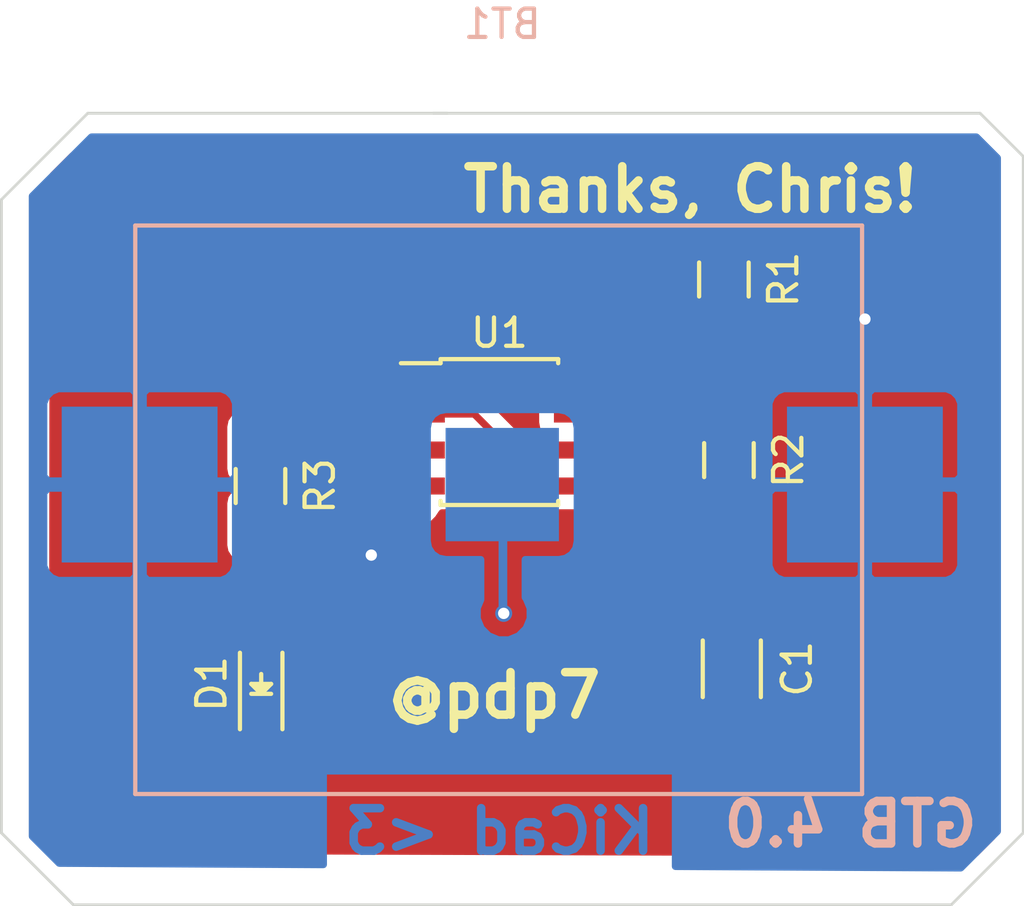
<source format=kicad_pcb>
(kicad_pcb (version 4) (host pcbnew 4.0.2-1.fc23-product)

  (general
    (links 14)
    (no_connects 0)
    (area 158.699999 81.229999 195.884001 109.778001)
    (thickness 1.6)
    (drawings 16)
    (tracks 34)
    (zones 0)
    (modules 7)
    (nets 8)
  )

  (page A4)
  (layers
    (0 F.Cu signal)
    (31 B.Cu signal)
    (32 B.Adhes user hide)
    (33 F.Adhes user hide)
    (34 B.Paste user hide)
    (35 F.Paste user hide)
    (36 B.SilkS user)
    (37 F.SilkS user)
    (38 B.Mask user)
    (39 F.Mask user)
    (40 Dwgs.User user hide)
    (41 Cmts.User user hide)
    (42 Eco1.User user hide)
    (43 Eco2.User user hide)
    (44 Edge.Cuts user)
    (45 Margin user hide)
    (46 B.CrtYd user hide)
    (47 F.CrtYd user hide)
    (48 B.Fab user hide)
    (49 F.Fab user hide)
  )

  (setup
    (last_trace_width 0.25)
    (trace_clearance 0.2)
    (zone_clearance 0.508)
    (zone_45_only no)
    (trace_min 0.2)
    (segment_width 0.2)
    (edge_width 0.1)
    (via_size 0.6)
    (via_drill 0.4)
    (via_min_size 0.4)
    (via_min_drill 0.3)
    (uvia_size 0.3)
    (uvia_drill 0.1)
    (uvias_allowed no)
    (uvia_min_size 0.2)
    (uvia_min_drill 0.1)
    (pcb_text_width 0.3)
    (pcb_text_size 1.5 1.5)
    (mod_edge_width 0.15)
    (mod_text_size 1 1)
    (mod_text_width 0.15)
    (pad_size 1.5 1.5)
    (pad_drill 0.6)
    (pad_to_mask_clearance 0)
    (aux_axis_origin 0 0)
    (visible_elements FFFFFF7F)
    (pcbplotparams
      (layerselection 0x00030_80000001)
      (usegerberextensions false)
      (excludeedgelayer true)
      (linewidth 0.100000)
      (plotframeref false)
      (viasonmask false)
      (mode 1)
      (useauxorigin false)
      (hpglpennumber 1)
      (hpglpenspeed 20)
      (hpglpendiameter 15)
      (hpglpenoverlay 2)
      (psnegative false)
      (psa4output false)
      (plotreference true)
      (plotvalue true)
      (plotinvisibletext false)
      (padsonsilk false)
      (subtractmaskfromsilk false)
      (outputformat 1)
      (mirror false)
      (drillshape 1)
      (scaleselection 1)
      (outputdirectory ""))
  )

  (net 0 "")
  (net 1 GND)
  (net 2 /VDD)
  (net 3 "Net-(C1-Pad1)")
  (net 4 "Net-(R1-Pad2)")
  (net 5 "Net-(R3-Pad1)")
  (net 6 "Net-(U1-Pad5)")
  (net 7 "Net-(D1-Pad2)")

  (net_class Default "This is the default net class."
    (clearance 0.2)
    (trace_width 0.25)
    (via_dia 0.6)
    (via_drill 0.4)
    (uvia_dia 0.3)
    (uvia_drill 0.1)
    (add_net /VDD)
    (add_net GND)
    (add_net "Net-(C1-Pad1)")
    (add_net "Net-(D1-Pad2)")
    (add_net "Net-(R1-Pad2)")
    (add_net "Net-(R3-Pad1)")
    (add_net "Net-(U1-Pad5)")
  )

  (module GTB:S8211R (layer B.Cu) (tedit 5732B408) (tstamp 5732AD73)
    (at 177.1904 94.8944)
    (path /572C07F8)
    (fp_text reference BT1 (at 0 -16.256) (layer B.SilkS)
      (effects (font (size 1 1) (thickness 0.15)) (justify mirror))
    )
    (fp_text value Battery (at 0 8.89) (layer B.Fab)
      (effects (font (size 1 1) (thickness 0.15)) (justify mirror))
    )
    (fp_line (start -12.954 10.922) (end -12.954 -9.144) (layer B.SilkS) (width 0.15))
    (fp_line (start -12.954 -9.144) (end 12.7 -9.144) (layer B.SilkS) (width 0.15))
    (fp_line (start 12.7 -9.144) (end 12.7 10.922) (layer B.SilkS) (width 0.15))
    (fp_line (start 12.7 10.922) (end -12.954 10.922) (layer B.SilkS) (width 0.15))
    (pad 2 smd rect (at 0 0) (size 4 4) (layers B.Cu B.Paste B.Mask)
      (net 1 GND))
    (pad 1 smd rect (at -12.8 0) (size 5.5 5.5) (layers B.Cu B.Paste B.Mask)
      (net 2 /VDD))
    (pad 1 smd rect (at 12.8 0) (size 5.5 5.5) (layers B.Cu B.Paste B.Mask)
      (net 2 /VDD))
  )

  (module Capacitors_SMD:C_1206_HandSoldering (layer F.Cu) (tedit 541A9C03) (tstamp 5732AD79)
    (at 185.293 101.3968 270)
    (descr "Capacitor SMD 1206, hand soldering")
    (tags "capacitor 1206")
    (path /572C01D3)
    (attr smd)
    (fp_text reference C1 (at 0 -2.3 270) (layer F.SilkS)
      (effects (font (size 1 1) (thickness 0.15)))
    )
    (fp_text value 1U (at 0 2.3 270) (layer F.Fab)
      (effects (font (size 1 1) (thickness 0.15)))
    )
    (fp_line (start -3.3 -1.15) (end 3.3 -1.15) (layer F.CrtYd) (width 0.05))
    (fp_line (start -3.3 1.15) (end 3.3 1.15) (layer F.CrtYd) (width 0.05))
    (fp_line (start -3.3 -1.15) (end -3.3 1.15) (layer F.CrtYd) (width 0.05))
    (fp_line (start 3.3 -1.15) (end 3.3 1.15) (layer F.CrtYd) (width 0.05))
    (fp_line (start 1 -1.025) (end -1 -1.025) (layer F.SilkS) (width 0.15))
    (fp_line (start -1 1.025) (end 1 1.025) (layer F.SilkS) (width 0.15))
    (pad 1 smd rect (at -2 0 270) (size 2 1.6) (layers F.Cu F.Paste F.Mask)
      (net 3 "Net-(C1-Pad1)"))
    (pad 2 smd rect (at 2 0 270) (size 2 1.6) (layers F.Cu F.Paste F.Mask)
      (net 1 GND))
    (model Capacitors_SMD.3dshapes/C_1206_HandSoldering.wrl
      (at (xyz 0 0 0))
      (scale (xyz 1 1 1))
      (rotate (xyz 0 0 0))
    )
  )

  (module LEDs:LED_0805 (layer F.Cu) (tedit 55BDE1C2) (tstamp 5732AD7F)
    (at 168.6814 101.9302 90)
    (descr "LED 0805 smd package")
    (tags "LED 0805 SMD")
    (path /572C0316)
    (attr smd)
    (fp_text reference D1 (at 0 -1.75 90) (layer F.SilkS)
      (effects (font (size 1 1) (thickness 0.15)))
    )
    (fp_text value LED (at 0 1.75 90) (layer F.Fab)
      (effects (font (size 1 1) (thickness 0.15)))
    )
    (fp_line (start -1.6 0.75) (end 1.1 0.75) (layer F.SilkS) (width 0.15))
    (fp_line (start -1.6 -0.75) (end 1.1 -0.75) (layer F.SilkS) (width 0.15))
    (fp_line (start -0.1 0.15) (end -0.1 -0.1) (layer F.SilkS) (width 0.15))
    (fp_line (start -0.1 -0.1) (end -0.25 0.05) (layer F.SilkS) (width 0.15))
    (fp_line (start -0.35 -0.35) (end -0.35 0.35) (layer F.SilkS) (width 0.15))
    (fp_line (start 0 0) (end 0.35 0) (layer F.SilkS) (width 0.15))
    (fp_line (start -0.35 0) (end 0 -0.35) (layer F.SilkS) (width 0.15))
    (fp_line (start 0 -0.35) (end 0 0.35) (layer F.SilkS) (width 0.15))
    (fp_line (start 0 0.35) (end -0.35 0) (layer F.SilkS) (width 0.15))
    (fp_line (start 1.9 -0.95) (end 1.9 0.95) (layer F.CrtYd) (width 0.05))
    (fp_line (start 1.9 0.95) (end -1.9 0.95) (layer F.CrtYd) (width 0.05))
    (fp_line (start -1.9 0.95) (end -1.9 -0.95) (layer F.CrtYd) (width 0.05))
    (fp_line (start -1.9 -0.95) (end 1.9 -0.95) (layer F.CrtYd) (width 0.05))
    (pad 2 smd rect (at 1.04902 0 270) (size 1.19888 1.19888) (layers F.Cu F.Paste F.Mask)
      (net 7 "Net-(D1-Pad2)"))
    (pad 1 smd rect (at -1.04902 0 270) (size 1.19888 1.19888) (layers F.Cu F.Paste F.Mask)
      (net 1 GND))
    (model LEDs.3dshapes/LED_0805.wrl
      (at (xyz 0 0 0))
      (scale (xyz 1 1 1))
      (rotate (xyz 0 0 0))
    )
  )

  (module Resistors_SMD:R_0805_HandSoldering (layer F.Cu) (tedit 54189DEE) (tstamp 5732AD85)
    (at 185.0136 87.6554 270)
    (descr "Resistor SMD 0805, hand soldering")
    (tags "resistor 0805")
    (path /572C00D5)
    (attr smd)
    (fp_text reference R1 (at 0 -2.1 270) (layer F.SilkS)
      (effects (font (size 1 1) (thickness 0.15)))
    )
    (fp_text value 1K (at 0 2.1 270) (layer F.Fab)
      (effects (font (size 1 1) (thickness 0.15)))
    )
    (fp_line (start -2.4 -1) (end 2.4 -1) (layer F.CrtYd) (width 0.05))
    (fp_line (start -2.4 1) (end 2.4 1) (layer F.CrtYd) (width 0.05))
    (fp_line (start -2.4 -1) (end -2.4 1) (layer F.CrtYd) (width 0.05))
    (fp_line (start 2.4 -1) (end 2.4 1) (layer F.CrtYd) (width 0.05))
    (fp_line (start 0.6 0.875) (end -0.6 0.875) (layer F.SilkS) (width 0.15))
    (fp_line (start -0.6 -0.875) (end 0.6 -0.875) (layer F.SilkS) (width 0.15))
    (pad 1 smd rect (at -1.35 0 270) (size 1.5 1.3) (layers F.Cu F.Paste F.Mask)
      (net 2 /VDD))
    (pad 2 smd rect (at 1.35 0 270) (size 1.5 1.3) (layers F.Cu F.Paste F.Mask)
      (net 4 "Net-(R1-Pad2)"))
    (model Resistors_SMD.3dshapes/R_0805_HandSoldering.wrl
      (at (xyz 0 0 0))
      (scale (xyz 1 1 1))
      (rotate (xyz 0 0 0))
    )
  )

  (module Resistors_SMD:R_0805_HandSoldering (layer F.Cu) (tedit 54189DEE) (tstamp 5732AD8B)
    (at 185.1914 94.0308 270)
    (descr "Resistor SMD 0805, hand soldering")
    (tags "resistor 0805")
    (path /572C0088)
    (attr smd)
    (fp_text reference R2 (at 0 -2.1 270) (layer F.SilkS)
      (effects (font (size 1 1) (thickness 0.15)))
    )
    (fp_text value 470K (at 0 2.1 270) (layer F.Fab)
      (effects (font (size 1 1) (thickness 0.15)))
    )
    (fp_line (start -2.4 -1) (end 2.4 -1) (layer F.CrtYd) (width 0.05))
    (fp_line (start -2.4 1) (end 2.4 1) (layer F.CrtYd) (width 0.05))
    (fp_line (start -2.4 -1) (end -2.4 1) (layer F.CrtYd) (width 0.05))
    (fp_line (start 2.4 -1) (end 2.4 1) (layer F.CrtYd) (width 0.05))
    (fp_line (start 0.6 0.875) (end -0.6 0.875) (layer F.SilkS) (width 0.15))
    (fp_line (start -0.6 -0.875) (end 0.6 -0.875) (layer F.SilkS) (width 0.15))
    (pad 1 smd rect (at -1.35 0 270) (size 1.5 1.3) (layers F.Cu F.Paste F.Mask)
      (net 4 "Net-(R1-Pad2)"))
    (pad 2 smd rect (at 1.35 0 270) (size 1.5 1.3) (layers F.Cu F.Paste F.Mask)
      (net 3 "Net-(C1-Pad1)"))
    (model Resistors_SMD.3dshapes/R_0805_HandSoldering.wrl
      (at (xyz 0 0 0))
      (scale (xyz 1 1 1))
      (rotate (xyz 0 0 0))
    )
  )

  (module Resistors_SMD:R_0805_HandSoldering (layer F.Cu) (tedit 54189DEE) (tstamp 5732AD91)
    (at 168.656 94.9452 270)
    (descr "Resistor SMD 0805, hand soldering")
    (tags "resistor 0805")
    (path /572C0236)
    (attr smd)
    (fp_text reference R3 (at 0 -2.1 270) (layer F.SilkS)
      (effects (font (size 1 1) (thickness 0.15)))
    )
    (fp_text value 1K (at 0 2.1 270) (layer F.Fab)
      (effects (font (size 1 1) (thickness 0.15)))
    )
    (fp_line (start -2.4 -1) (end 2.4 -1) (layer F.CrtYd) (width 0.05))
    (fp_line (start -2.4 1) (end 2.4 1) (layer F.CrtYd) (width 0.05))
    (fp_line (start -2.4 -1) (end -2.4 1) (layer F.CrtYd) (width 0.05))
    (fp_line (start 2.4 -1) (end 2.4 1) (layer F.CrtYd) (width 0.05))
    (fp_line (start 0.6 0.875) (end -0.6 0.875) (layer F.SilkS) (width 0.15))
    (fp_line (start -0.6 -0.875) (end 0.6 -0.875) (layer F.SilkS) (width 0.15))
    (pad 1 smd rect (at -1.35 0 270) (size 1.5 1.3) (layers F.Cu F.Paste F.Mask)
      (net 5 "Net-(R3-Pad1)"))
    (pad 2 smd rect (at 1.35 0 270) (size 1.5 1.3) (layers F.Cu F.Paste F.Mask)
      (net 7 "Net-(D1-Pad2)"))
    (model Resistors_SMD.3dshapes/R_0805_HandSoldering.wrl
      (at (xyz 0 0 0))
      (scale (xyz 1 1 1))
      (rotate (xyz 0 0 0))
    )
  )

  (module Housings_SOIC:SOIC-8_3.9x4.9mm_Pitch1.27mm (layer F.Cu) (tedit 54130A77) (tstamp 5732AD9D)
    (at 177.0888 93.0402)
    (descr "8-Lead Plastic Small Outline (SN) - Narrow, 3.90 mm Body [SOIC] (see Microchip Packaging Specification 00000049BS.pdf)")
    (tags "SOIC 1.27")
    (path /572A4844)
    (attr smd)
    (fp_text reference U1 (at 0 -3.5) (layer F.SilkS)
      (effects (font (size 1 1) (thickness 0.15)))
    )
    (fp_text value 7555 (at 0 3.5) (layer F.Fab)
      (effects (font (size 1 1) (thickness 0.15)))
    )
    (fp_line (start -3.75 -2.75) (end -3.75 2.75) (layer F.CrtYd) (width 0.05))
    (fp_line (start 3.75 -2.75) (end 3.75 2.75) (layer F.CrtYd) (width 0.05))
    (fp_line (start -3.75 -2.75) (end 3.75 -2.75) (layer F.CrtYd) (width 0.05))
    (fp_line (start -3.75 2.75) (end 3.75 2.75) (layer F.CrtYd) (width 0.05))
    (fp_line (start -2.075 -2.575) (end -2.075 -2.43) (layer F.SilkS) (width 0.15))
    (fp_line (start 2.075 -2.575) (end 2.075 -2.43) (layer F.SilkS) (width 0.15))
    (fp_line (start 2.075 2.575) (end 2.075 2.43) (layer F.SilkS) (width 0.15))
    (fp_line (start -2.075 2.575) (end -2.075 2.43) (layer F.SilkS) (width 0.15))
    (fp_line (start -2.075 -2.575) (end 2.075 -2.575) (layer F.SilkS) (width 0.15))
    (fp_line (start -2.075 2.575) (end 2.075 2.575) (layer F.SilkS) (width 0.15))
    (fp_line (start -2.075 -2.43) (end -3.475 -2.43) (layer F.SilkS) (width 0.15))
    (pad 1 smd rect (at -2.7 -1.905) (size 1.55 0.6) (layers F.Cu F.Paste F.Mask)
      (net 1 GND))
    (pad 2 smd rect (at -2.7 -0.635) (size 1.55 0.6) (layers F.Cu F.Paste F.Mask)
      (net 3 "Net-(C1-Pad1)"))
    (pad 3 smd rect (at -2.7 0.635) (size 1.55 0.6) (layers F.Cu F.Paste F.Mask)
      (net 5 "Net-(R3-Pad1)"))
    (pad 4 smd rect (at -2.7 1.905) (size 1.55 0.6) (layers F.Cu F.Paste F.Mask)
      (net 2 /VDD))
    (pad 5 smd rect (at 2.7 1.905) (size 1.55 0.6) (layers F.Cu F.Paste F.Mask)
      (net 6 "Net-(U1-Pad5)"))
    (pad 6 smd rect (at 2.7 0.635) (size 1.55 0.6) (layers F.Cu F.Paste F.Mask)
      (net 3 "Net-(C1-Pad1)"))
    (pad 7 smd rect (at 2.7 -0.635) (size 1.55 0.6) (layers F.Cu F.Paste F.Mask)
      (net 4 "Net-(R1-Pad2)"))
    (pad 8 smd rect (at 2.7 -1.905) (size 1.55 0.6) (layers F.Cu F.Paste F.Mask)
      (net 2 /VDD))
    (model Housings_SOIC.3dshapes/SOIC-8_3.9x4.9mm_Pitch1.27mm.wrl
      (at (xyz 0 0 0))
      (scale (xyz 1 1 1))
      (rotate (xyz 0 0 0))
    )
  )

  (gr_line (start 194.056 81.788) (end 174.752 81.788) (angle 90) (layer Edge.Cuts) (width 0.1))
  (gr_line (start 195.58 83.312) (end 194.056 81.788) (angle 90) (layer Edge.Cuts) (width 0.1))
  (gr_line (start 195.58 107.188) (end 195.58 83.312) (angle 90) (layer Edge.Cuts) (width 0.1))
  (gr_line (start 193.04 109.728) (end 195.58 107.188) (angle 90) (layer Edge.Cuts) (width 0.1))
  (gr_line (start 162.052 109.728) (end 193.04 109.728) (angle 90) (layer Edge.Cuts) (width 0.1))
  (gr_line (start 159.512 107.188) (end 162.052 109.728) (angle 90) (layer Edge.Cuts) (width 0.1))
  (gr_line (start 159.512 84.836) (end 159.512 107.188) (angle 90) (layer Edge.Cuts) (width 0.1))
  (gr_line (start 162.56 81.788) (end 159.512 84.836) (angle 90) (layer Edge.Cuts) (width 0.1))
  (gr_line (start 175.26 81.788) (end 162.56 81.788) (angle 90) (layer Edge.Cuts) (width 0.1))
  (gr_text "GTB 4.0" (at 189.484 106.8832) (layer B.SilkS)
    (effects (font (size 1.5 1.5) (thickness 0.3)) (justify mirror))
  )
  (gr_text "Thanks, Chris!" (at 183.8198 84.4804) (layer F.SilkS)
    (effects (font (size 1.5 1.5) (thickness 0.3)))
  )
  (gr_text @pdp7 (at 176.911 102.3366) (layer F.SilkS)
    (effects (font (size 1.5 1.5) (thickness 0.3)))
  )
  (gr_text "KiCad <3" (at 177.0888 107.1372) (layer B.Mask)
    (effects (font (size 1.5 1.5) (thickness 0.3)) (justify mirror))
  )
  (gr_text "KiCad <3" (at 177.0888 107.1372) (layer B.Cu)
    (effects (font (size 1.5 1.5) (thickness 0.3)) (justify mirror))
  )
  (gr_text "Getting to Blinky 4.0" (at 168.1988 85.8774) (layer F.Mask)
    (effects (font (size 1.5 0.762) (thickness 0.1905)))
  )
  (gr_text "Getting to Blinky 4.0" (at 168.1988 85.8774) (layer F.Cu)
    (effects (font (size 1.5 0.762) (thickness 0.1905)))
  )

  (segment (start 181.197 103.3968) (end 185.293 103.3968) (width 0.25) (layer F.Cu) (net 1) (tstamp 5732C54A))
  (segment (start 177.2412 99.441) (end 181.197 103.3968) (width 0.25) (layer F.Cu) (net 1) (tstamp 5732C549))
  (via (at 177.2412 99.441) (size 0.6) (drill 0.4) (layers F.Cu B.Cu) (net 1))
  (segment (start 177.2412 94.9452) (end 177.2412 99.441) (width 0.25) (layer B.Cu) (net 1) (tstamp 5732C541))
  (segment (start 177.1904 94.8944) (end 177.2412 94.9452) (width 0.25) (layer B.Cu) (net 1) (tstamp 5732C534))
  (segment (start 177.1904 99.441) (end 177.1904 94.8944) (width 0.25) (layer B.Cu) (net 1) (tstamp 5732C530))
  (segment (start 177.1904 94.8944) (end 177.1904 99.441) (width 0.25) (layer B.Cu) (net 1))
  (via (at 172.5676 97.3836) (size 0.6) (drill 0.4) (layers F.Cu B.Cu) (net 2))
  (segment (start 174.3888 95.5624) (end 172.5676 97.3836) (width 0.25) (layer F.Cu) (net 2) (tstamp 5732C5E5))
  (segment (start 174.3888 94.9452) (end 174.3888 95.5624) (width 0.25) (layer F.Cu) (net 2))
  (segment (start 187.245 86.3054) (end 185.0136 86.3054) (width 0.25) (layer F.Cu) (net 2) (tstamp 5732C5C2))
  (segment (start 189.992 89.0524) (end 187.245 86.3054) (width 0.25) (layer F.Cu) (net 2) (tstamp 5732C5C1))
  (via (at 189.992 89.0524) (size 0.6) (drill 0.4) (layers F.Cu B.Cu) (net 2))
  (segment (start 189.9904 89.0508) (end 189.992 89.0524) (width 0.25) (layer B.Cu) (net 2) (tstamp 5732C5AD))
  (segment (start 189.9904 94.8944) (end 189.9904 89.0508) (width 0.25) (layer B.Cu) (net 2))
  (segment (start 179.7888 91.1352) (end 179.7888 90.01) (width 0.25) (layer F.Cu) (net 2))
  (segment (start 183.4934 86.3054) (end 185.0136 86.3054) (width 0.25) (layer F.Cu) (net 2) (tstamp 5732C25E))
  (segment (start 179.7888 90.01) (end 183.4934 86.3054) (width 0.25) (layer F.Cu) (net 2) (tstamp 5732C25C))
  (segment (start 183.4426 95.3808) (end 185.1914 95.3808) (width 0.25) (layer F.Cu) (net 3) (tstamp 5732C62F))
  (segment (start 181.737 93.6752) (end 183.4426 95.3808) (width 0.25) (layer F.Cu) (net 3) (tstamp 5732C62B))
  (segment (start 179.7888 93.6752) (end 181.737 93.6752) (width 0.25) (layer F.Cu) (net 3))
  (segment (start 174.3888 92.4052) (end 176.1998 92.4052) (width 0.25) (layer F.Cu) (net 3))
  (segment (start 177.4698 93.6752) (end 179.7888 93.6752) (width 0.25) (layer F.Cu) (net 3) (tstamp 5732C622))
  (segment (start 176.1998 92.4052) (end 177.4698 93.6752) (width 0.25) (layer F.Cu) (net 3) (tstamp 5732C61D))
  (segment (start 185.293 99.3968) (end 185.293 95.4824) (width 0.25) (layer F.Cu) (net 3))
  (segment (start 185.293 95.4824) (end 185.1914 95.3808) (width 0.25) (layer F.Cu) (net 3) (tstamp 5732C26A))
  (segment (start 179.7888 92.4052) (end 184.9158 92.4052) (width 0.25) (layer F.Cu) (net 4))
  (segment (start 184.9158 92.4052) (end 185.1914 92.6808) (width 0.25) (layer F.Cu) (net 4) (tstamp 5732C270))
  (segment (start 185.1914 92.6808) (end 185.1914 89.1832) (width 0.25) (layer F.Cu) (net 4))
  (segment (start 185.1914 89.1832) (end 185.0136 89.0054) (width 0.25) (layer F.Cu) (net 4) (tstamp 5732C26D))
  (segment (start 168.656 93.5952) (end 174.3088 93.5952) (width 0.25) (layer F.Cu) (net 5))
  (segment (start 174.3088 93.5952) (end 174.3888 93.6752) (width 0.25) (layer F.Cu) (net 5) (tstamp 5732C273))
  (segment (start 168.656 96.2952) (end 168.656 100.85578) (width 0.25) (layer F.Cu) (net 7))
  (segment (start 168.656 100.85578) (end 168.6814 100.88118) (width 0.25) (layer F.Cu) (net 7) (tstamp 5732C395))

  (zone (net 1) (net_name GND) (layer F.Cu) (tstamp 5732C3CD) (hatch edge 0.508)
    (connect_pads (clearance 0.508))
    (min_thickness 0.254)
    (fill yes (arc_segments 16) (thermal_gap 0.508) (thermal_bridge_width 0.508))
    (polygon
      (pts
        (xy 161.2138 83.1596) (xy 194.6148 83.1342) (xy 194.6148 108.0262) (xy 161.1884 107.9246)
      )
    )
    (filled_polygon
      (pts
        (xy 194.4878 107.311464) (xy 193.90223 107.897034) (xy 161.31553 107.797986) (xy 161.320179 103.26497) (xy 167.44696 103.26497)
        (xy 167.44696 103.704969) (xy 167.543633 103.938358) (xy 167.722261 104.116987) (xy 167.95565 104.21366) (xy 168.39565 104.21366)
        (xy 168.5544 104.05491) (xy 168.5544 103.10622) (xy 168.8084 103.10622) (xy 168.8084 104.05491) (xy 168.96715 104.21366)
        (xy 169.40715 104.21366) (xy 169.640539 104.116987) (xy 169.819167 103.938358) (xy 169.91584 103.704969) (xy 169.91584 103.68255)
        (xy 183.858 103.68255) (xy 183.858 104.523109) (xy 183.954673 104.756498) (xy 184.133301 104.935127) (xy 184.36669 105.0318)
        (xy 185.00725 105.0318) (xy 185.166 104.87305) (xy 185.166 103.5238) (xy 185.42 103.5238) (xy 185.42 104.87305)
        (xy 185.57875 105.0318) (xy 186.21931 105.0318) (xy 186.452699 104.935127) (xy 186.631327 104.756498) (xy 186.728 104.523109)
        (xy 186.728 103.68255) (xy 186.56925 103.5238) (xy 185.42 103.5238) (xy 185.166 103.5238) (xy 184.01675 103.5238)
        (xy 183.858 103.68255) (xy 169.91584 103.68255) (xy 169.91584 103.26497) (xy 169.75709 103.10622) (xy 168.8084 103.10622)
        (xy 168.5544 103.10622) (xy 167.60571 103.10622) (xy 167.44696 103.26497) (xy 161.320179 103.26497) (xy 161.330866 92.8452)
        (xy 167.35856 92.8452) (xy 167.35856 94.3452) (xy 167.402838 94.580517) (xy 167.54191 94.796641) (xy 167.75411 94.941631)
        (xy 167.767197 94.944281) (xy 167.554559 95.08111) (xy 167.409569 95.29331) (xy 167.35856 95.5452) (xy 167.35856 97.0452)
        (xy 167.402838 97.280517) (xy 167.54191 97.496641) (xy 167.75411 97.641631) (xy 167.896 97.670364) (xy 167.896 99.669291)
        (xy 167.846643 99.678578) (xy 167.630519 99.81765) (xy 167.485529 100.02985) (xy 167.43452 100.28174) (xy 167.43452 101.48062)
        (xy 167.478798 101.715937) (xy 167.61787 101.932061) (xy 167.626059 101.937656) (xy 167.543633 102.020082) (xy 167.44696 102.253471)
        (xy 167.44696 102.69347) (xy 167.60571 102.85222) (xy 168.5544 102.85222) (xy 168.5544 102.83222) (xy 168.8084 102.83222)
        (xy 168.8084 102.85222) (xy 169.75709 102.85222) (xy 169.91584 102.69347) (xy 169.91584 102.270491) (xy 183.858 102.270491)
        (xy 183.858 103.11105) (xy 184.01675 103.2698) (xy 185.166 103.2698) (xy 185.166 101.92055) (xy 185.42 101.92055)
        (xy 185.42 103.2698) (xy 186.56925 103.2698) (xy 186.728 103.11105) (xy 186.728 102.270491) (xy 186.631327 102.037102)
        (xy 186.452699 101.858473) (xy 186.21931 101.7618) (xy 185.57875 101.7618) (xy 185.42 101.92055) (xy 185.166 101.92055)
        (xy 185.00725 101.7618) (xy 184.36669 101.7618) (xy 184.133301 101.858473) (xy 183.954673 102.037102) (xy 183.858 102.270491)
        (xy 169.91584 102.270491) (xy 169.91584 102.253471) (xy 169.819167 102.020082) (xy 169.736955 101.937869) (xy 169.877271 101.73251)
        (xy 169.92828 101.48062) (xy 169.92828 100.28174) (xy 169.884002 100.046423) (xy 169.74493 99.830299) (xy 169.53273 99.685309)
        (xy 169.416 99.661671) (xy 169.416 97.671942) (xy 169.541317 97.648362) (xy 169.757441 97.50929) (xy 169.902431 97.29709)
        (xy 169.95344 97.0452) (xy 169.95344 95.5452) (xy 169.909162 95.309883) (xy 169.77009 95.093759) (xy 169.55789 94.948769)
        (xy 169.544803 94.946119) (xy 169.757441 94.80929) (xy 169.902431 94.59709) (xy 169.951415 94.3552) (xy 173.043408 94.3552)
        (xy 173.017369 94.39331) (xy 172.96636 94.6452) (xy 172.96636 95.2452) (xy 173.010638 95.480517) (xy 173.14971 95.696641)
        (xy 173.16756 95.708838) (xy 172.42792 96.448478) (xy 172.382433 96.448438) (xy 172.038657 96.590483) (xy 171.775408 96.853273)
        (xy 171.632762 97.196801) (xy 171.632438 97.568767) (xy 171.774483 97.912543) (xy 172.037273 98.175792) (xy 172.380801 98.318438)
        (xy 172.752767 98.318762) (xy 173.096543 98.176717) (xy 173.359792 97.913927) (xy 173.502438 97.570399) (xy 173.502479 97.523523)
        (xy 174.926201 96.099801) (xy 175.064621 95.89264) (xy 175.1638 95.89264) (xy 175.399117 95.848362) (xy 175.615241 95.70929)
        (xy 175.760231 95.49709) (xy 175.81124 95.2452) (xy 175.81124 94.6452) (xy 175.766962 94.409883) (xy 175.703122 94.310672)
        (xy 175.760231 94.22709) (xy 175.81124 93.9752) (xy 175.81124 93.3752) (xy 175.771726 93.1652) (xy 175.884998 93.1652)
        (xy 176.932399 94.212601) (xy 177.17896 94.377348) (xy 177.4698 94.4352) (xy 178.408886 94.4352) (xy 178.36636 94.6452)
        (xy 178.36636 95.2452) (xy 178.410638 95.480517) (xy 178.54971 95.696641) (xy 178.76191 95.841631) (xy 179.0138 95.89264)
        (xy 180.5638 95.89264) (xy 180.799117 95.848362) (xy 181.015241 95.70929) (xy 181.160231 95.49709) (xy 181.21124 95.2452)
        (xy 181.21124 94.6452) (xy 181.171726 94.4352) (xy 181.422198 94.4352) (xy 182.905199 95.918201) (xy 183.151761 96.082948)
        (xy 183.4426 96.1408) (xy 183.895842 96.1408) (xy 183.938238 96.366117) (xy 184.07731 96.582241) (xy 184.28951 96.727231)
        (xy 184.533 96.776539) (xy 184.533 97.74936) (xy 184.493 97.74936) (xy 184.257683 97.793638) (xy 184.041559 97.93271)
        (xy 183.896569 98.14491) (xy 183.84556 98.3968) (xy 183.84556 100.3968) (xy 183.889838 100.632117) (xy 184.02891 100.848241)
        (xy 184.24111 100.993231) (xy 184.493 101.04424) (xy 186.093 101.04424) (xy 186.328317 100.999962) (xy 186.544441 100.86089)
        (xy 186.689431 100.64869) (xy 186.74044 100.3968) (xy 186.74044 98.3968) (xy 186.696162 98.161483) (xy 186.55709 97.945359)
        (xy 186.34489 97.800369) (xy 186.093 97.74936) (xy 186.053 97.74936) (xy 186.053 96.738425) (xy 186.076717 96.733962)
        (xy 186.292841 96.59489) (xy 186.437831 96.38269) (xy 186.48884 96.1308) (xy 186.48884 94.6308) (xy 186.444562 94.395483)
        (xy 186.30549 94.179359) (xy 186.09329 94.034369) (xy 186.080203 94.031719) (xy 186.292841 93.89489) (xy 186.437831 93.68269)
        (xy 186.48884 93.4308) (xy 186.48884 91.9308) (xy 186.444562 91.695483) (xy 186.30549 91.479359) (xy 186.09329 91.334369)
        (xy 185.9514 91.305636) (xy 185.9514 90.32479) (xy 186.115041 90.21949) (xy 186.260031 90.00729) (xy 186.31104 89.7554)
        (xy 186.31104 88.2554) (xy 186.266762 88.020083) (xy 186.12769 87.803959) (xy 185.91549 87.658969) (xy 185.902403 87.656319)
        (xy 186.115041 87.51949) (xy 186.260031 87.30729) (xy 186.309015 87.0654) (xy 186.930198 87.0654) (xy 189.056878 89.19208)
        (xy 189.056838 89.237567) (xy 189.198883 89.581343) (xy 189.461673 89.844592) (xy 189.805201 89.987238) (xy 190.177167 89.987562)
        (xy 190.520943 89.845517) (xy 190.784192 89.582727) (xy 190.926838 89.239199) (xy 190.927162 88.867233) (xy 190.785117 88.523457)
        (xy 190.522327 88.260208) (xy 190.178799 88.117562) (xy 190.131923 88.117521) (xy 187.782401 85.767999) (xy 187.535839 85.603252)
        (xy 187.245 85.5454) (xy 186.309158 85.5454) (xy 186.266762 85.320083) (xy 186.12769 85.103959) (xy 185.91549 84.958969)
        (xy 185.6636 84.90796) (xy 184.3636 84.90796) (xy 184.128283 84.952238) (xy 183.912159 85.09131) (xy 183.767169 85.30351)
        (xy 183.718185 85.5454) (xy 183.4934 85.5454) (xy 183.202561 85.603252) (xy 182.955999 85.767999) (xy 179.251399 89.472599)
        (xy 179.086652 89.719161) (xy 179.0288 90.01) (xy 179.0288 90.18776) (xy 179.0138 90.18776) (xy 178.778483 90.232038)
        (xy 178.562359 90.37111) (xy 178.417369 90.58331) (xy 178.36636 90.8352) (xy 178.36636 91.4352) (xy 178.410638 91.670517)
        (xy 178.474478 91.769728) (xy 178.417369 91.85331) (xy 178.36636 92.1052) (xy 178.36636 92.7052) (xy 178.405874 92.9152)
        (xy 177.784602 92.9152) (xy 176.737201 91.867799) (xy 176.490639 91.703052) (xy 176.1998 91.6452) (xy 175.764134 91.6452)
        (xy 175.7988 91.56151) (xy 175.7988 91.42095) (xy 175.64005 91.2622) (xy 174.5158 91.2622) (xy 174.5158 91.2822)
        (xy 174.2618 91.2822) (xy 174.2618 91.2622) (xy 173.13755 91.2622) (xy 172.9788 91.42095) (xy 172.9788 91.56151)
        (xy 173.068606 91.778322) (xy 173.017369 91.85331) (xy 172.96636 92.1052) (xy 172.96636 92.7052) (xy 172.990821 92.8352)
        (xy 169.951558 92.8352) (xy 169.909162 92.609883) (xy 169.77009 92.393759) (xy 169.55789 92.248769) (xy 169.306 92.19776)
        (xy 168.006 92.19776) (xy 167.770683 92.242038) (xy 167.554559 92.38111) (xy 167.409569 92.59331) (xy 167.35856 92.8452)
        (xy 161.330866 92.8452) (xy 161.333057 90.70889) (xy 172.9788 90.70889) (xy 172.9788 90.84945) (xy 173.13755 91.0082)
        (xy 174.2618 91.0082) (xy 174.2618 90.35895) (xy 174.5158 90.35895) (xy 174.5158 91.0082) (xy 175.64005 91.0082)
        (xy 175.7988 90.84945) (xy 175.7988 90.70889) (xy 175.702127 90.475501) (xy 175.523498 90.296873) (xy 175.290109 90.2002)
        (xy 174.67455 90.2002) (xy 174.5158 90.35895) (xy 174.2618 90.35895) (xy 174.10305 90.2002) (xy 173.487491 90.2002)
        (xy 173.254102 90.296873) (xy 173.075473 90.475501) (xy 172.9788 90.70889) (xy 161.333057 90.70889) (xy 161.339962 83.976774)
        (xy 161.408836 83.9079) (xy 161.408836 87.65765) (xy 174.988765 87.65765) (xy 174.988765 83.90665) (xy 161.410086 83.90665)
        (xy 162.030757 83.285979) (xy 194.4878 83.261297)
      )
    )
  )
  (zone (net 2) (net_name /VDD) (layer B.Cu) (tstamp 5732C425) (hatch edge 0.508)
    (connect_pads (clearance 0.508))
    (min_thickness 0.254)
    (fill yes (arc_segments 16) (thermal_gap 0.508) (thermal_bridge_width 0.508))
    (polygon
      (pts
        (xy 160.4772 82.4992) (xy 194.7926 82.4992) (xy 194.7926 108.5596) (xy 160.4772 108.3818)
      )
    )
    (filled_polygon
      (pts
        (xy 194.6656 83.366336) (xy 194.6656 107.133664) (xy 193.374015 108.425249) (xy 183.302372 108.373064) (xy 183.302372 105.0022)
        (xy 170.875229 105.0022) (xy 170.875229 108.308675) (xy 161.55311 108.260374) (xy 160.6042 107.311464) (xy 160.6042 95.18015)
        (xy 161.0054 95.18015) (xy 161.0054 97.77071) (xy 161.102073 98.004099) (xy 161.280702 98.182727) (xy 161.514091 98.2794)
        (xy 164.10465 98.2794) (xy 164.2634 98.12065) (xy 164.2634 95.0214) (xy 164.5174 95.0214) (xy 164.5174 98.12065)
        (xy 164.67615 98.2794) (xy 167.266709 98.2794) (xy 167.500098 98.182727) (xy 167.678727 98.004099) (xy 167.7754 97.77071)
        (xy 167.7754 95.18015) (xy 167.61665 95.0214) (xy 164.5174 95.0214) (xy 164.2634 95.0214) (xy 161.16415 95.0214)
        (xy 161.0054 95.18015) (xy 160.6042 95.18015) (xy 160.6042 92.01809) (xy 161.0054 92.01809) (xy 161.0054 94.60865)
        (xy 161.16415 94.7674) (xy 164.2634 94.7674) (xy 164.2634 91.66815) (xy 164.5174 91.66815) (xy 164.5174 94.7674)
        (xy 167.61665 94.7674) (xy 167.7754 94.60865) (xy 167.7754 92.8944) (xy 174.54296 92.8944) (xy 174.54296 96.8944)
        (xy 174.587238 97.129717) (xy 174.72631 97.345841) (xy 174.93851 97.490831) (xy 175.1904 97.54184) (xy 176.4304 97.54184)
        (xy 176.4304 98.955486) (xy 176.306362 99.254201) (xy 176.306038 99.626167) (xy 176.448083 99.969943) (xy 176.710873 100.233192)
        (xy 177.054401 100.375838) (xy 177.426367 100.376162) (xy 177.770143 100.234117) (xy 178.033392 99.971327) (xy 178.176038 99.627799)
        (xy 178.176362 99.255833) (xy 178.034317 98.912057) (xy 178.0012 98.878882) (xy 178.0012 97.54184) (xy 179.1904 97.54184)
        (xy 179.425717 97.497562) (xy 179.641841 97.35849) (xy 179.786831 97.14629) (xy 179.83784 96.8944) (xy 179.83784 95.18015)
        (xy 186.6054 95.18015) (xy 186.6054 97.77071) (xy 186.702073 98.004099) (xy 186.880702 98.182727) (xy 187.114091 98.2794)
        (xy 189.70465 98.2794) (xy 189.8634 98.12065) (xy 189.8634 95.0214) (xy 190.1174 95.0214) (xy 190.1174 98.12065)
        (xy 190.27615 98.2794) (xy 192.866709 98.2794) (xy 193.100098 98.182727) (xy 193.278727 98.004099) (xy 193.3754 97.77071)
        (xy 193.3754 95.18015) (xy 193.21665 95.0214) (xy 190.1174 95.0214) (xy 189.8634 95.0214) (xy 186.76415 95.0214)
        (xy 186.6054 95.18015) (xy 179.83784 95.18015) (xy 179.83784 92.8944) (xy 179.793562 92.659083) (xy 179.65449 92.442959)
        (xy 179.44229 92.297969) (xy 179.1904 92.24696) (xy 175.1904 92.24696) (xy 174.955083 92.291238) (xy 174.738959 92.43031)
        (xy 174.593969 92.64251) (xy 174.54296 92.8944) (xy 167.7754 92.8944) (xy 167.7754 92.01809) (xy 186.6054 92.01809)
        (xy 186.6054 94.60865) (xy 186.76415 94.7674) (xy 189.8634 94.7674) (xy 189.8634 91.66815) (xy 190.1174 91.66815)
        (xy 190.1174 94.7674) (xy 193.21665 94.7674) (xy 193.3754 94.60865) (xy 193.3754 92.01809) (xy 193.278727 91.784701)
        (xy 193.100098 91.606073) (xy 192.866709 91.5094) (xy 190.27615 91.5094) (xy 190.1174 91.66815) (xy 189.8634 91.66815)
        (xy 189.70465 91.5094) (xy 187.114091 91.5094) (xy 186.880702 91.606073) (xy 186.702073 91.784701) (xy 186.6054 92.01809)
        (xy 167.7754 92.01809) (xy 167.678727 91.784701) (xy 167.500098 91.606073) (xy 167.266709 91.5094) (xy 164.67615 91.5094)
        (xy 164.5174 91.66815) (xy 164.2634 91.66815) (xy 164.10465 91.5094) (xy 161.514091 91.5094) (xy 161.280702 91.606073)
        (xy 161.102073 91.784701) (xy 161.0054 92.01809) (xy 160.6042 92.01809) (xy 160.6042 84.712536) (xy 162.690536 82.6262)
        (xy 193.925464 82.6262)
      )
    )
  )
)

</source>
